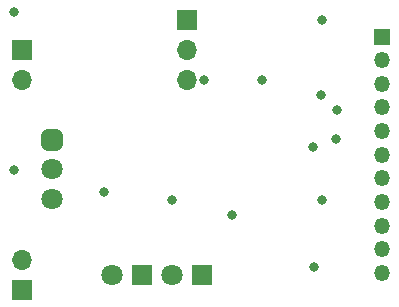
<source format=gbr>
%TF.GenerationSoftware,KiCad,Pcbnew,(6.0.6)*%
%TF.CreationDate,2022-08-05T15:31:58+01:00*%
%TF.ProjectId,c64 tape interface,63363420-7461-4706-9520-696e74657266,rev?*%
%TF.SameCoordinates,Original*%
%TF.FileFunction,Soldermask,Top*%
%TF.FilePolarity,Negative*%
%FSLAX46Y46*%
G04 Gerber Fmt 4.6, Leading zero omitted, Abs format (unit mm)*
G04 Created by KiCad (PCBNEW (6.0.6)) date 2022-08-05 15:31:58*
%MOMM*%
%LPD*%
G01*
G04 APERTURE LIST*
G04 Aperture macros list*
%AMRoundRect*
0 Rectangle with rounded corners*
0 $1 Rounding radius*
0 $2 $3 $4 $5 $6 $7 $8 $9 X,Y pos of 4 corners*
0 Add a 4 corners polygon primitive as box body*
4,1,4,$2,$3,$4,$5,$6,$7,$8,$9,$2,$3,0*
0 Add four circle primitives for the rounded corners*
1,1,$1+$1,$2,$3*
1,1,$1+$1,$4,$5*
1,1,$1+$1,$6,$7*
1,1,$1+$1,$8,$9*
0 Add four rect primitives between the rounded corners*
20,1,$1+$1,$2,$3,$4,$5,0*
20,1,$1+$1,$4,$5,$6,$7,0*
20,1,$1+$1,$6,$7,$8,$9,0*
20,1,$1+$1,$8,$9,$2,$3,0*%
G04 Aperture macros list end*
%ADD10R,1.700000X1.700000*%
%ADD11O,1.700000X1.700000*%
%ADD12R,1.800000X1.800000*%
%ADD13C,1.800000*%
%ADD14RoundRect,0.450000X0.450000X0.450000X-0.450000X0.450000X-0.450000X-0.450000X0.450000X-0.450000X0*%
%ADD15R,1.350000X1.350000*%
%ADD16O,1.350000X1.350000*%
%ADD17C,0.800000*%
G04 APERTURE END LIST*
D10*
%TO.C,JP1*%
X124460000Y-43180000D03*
D11*
X124460000Y-45720000D03*
X124460000Y-48260000D03*
%TD*%
D12*
%TO.C,D1*%
X125730000Y-64770000D03*
D13*
X123190000Y-64770000D03*
%TD*%
D10*
%TO.C,J1*%
X110490000Y-66040000D03*
D11*
X110490000Y-63500000D03*
%TD*%
D10*
%TO.C,J2*%
X110490000Y-45720000D03*
D11*
X110490000Y-48260000D03*
%TD*%
D14*
%TO.C,RV1*%
X113030000Y-53340000D03*
D13*
X113030000Y-55840000D03*
X113030000Y-58340000D03*
%TD*%
D12*
%TO.C,D2*%
X120650000Y-64770000D03*
D13*
X118110000Y-64770000D03*
%TD*%
D15*
%TO.C,J3*%
X140970000Y-44610000D03*
D16*
X140970000Y-46610000D03*
X140970000Y-48610000D03*
X140970000Y-50610000D03*
X140970000Y-52610000D03*
X140970000Y-54610000D03*
X140970000Y-56610000D03*
X140970000Y-58610000D03*
X140970000Y-60610000D03*
X140970000Y-62610000D03*
X140970000Y-64610000D03*
%TD*%
D17*
X123190000Y-58420000D03*
X135255000Y-64135000D03*
X135165500Y-53975000D03*
X109855000Y-42545000D03*
X125909503Y-48260000D03*
X135890000Y-43180000D03*
X117475000Y-57785000D03*
X109855000Y-55880000D03*
X128270000Y-59690000D03*
X137160000Y-50800000D03*
X137121076Y-53301076D03*
X130810000Y-48260000D03*
X135851076Y-49568924D03*
X135890000Y-58420000D03*
M02*

</source>
